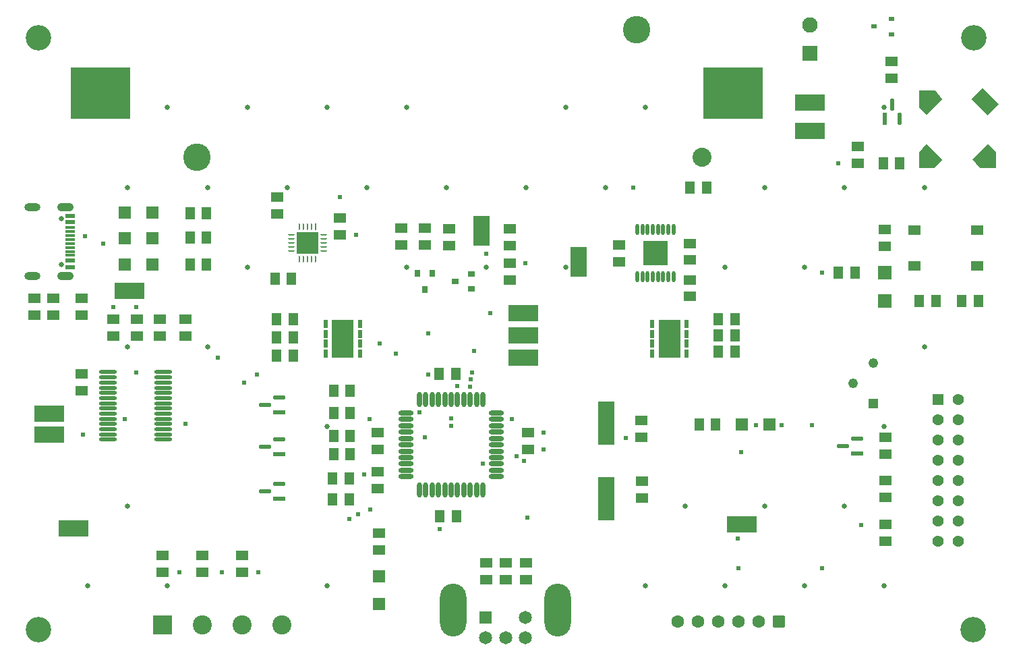
<source format=gbr>
%TF.GenerationSoftware,Altium Limited,Altium Designer,22.7.1 (60)*%
G04 Layer_Color=8388736*
%FSLAX43Y43*%
%MOMM*%
%TF.SameCoordinates,9F5AA4AF-AB1A-42FA-95B2-595A31CD3D24*%
%TF.FilePolarity,Negative*%
%TF.FileFunction,Soldermask,Top*%
%TF.Part,Single*%
G01*
G75*
%TA.AperFunction,SMDPad,CuDef*%
%ADD10O,2.300X0.450*%
%ADD11R,1.150X0.600*%
%ADD12R,1.150X0.300*%
%ADD13R,7.468X6.477*%
%ADD14R,1.200X1.500*%
%ADD16R,1.500X1.200*%
%ADD17R,1.500X1.500*%
%ADD18O,0.600X1.900*%
%ADD19O,1.900X0.600*%
%ADD20R,2.000X5.500*%
%ADD21R,0.500X1.010*%
%ADD22R,2.780X4.780*%
%ADD23R,1.500X1.500*%
%ADD24R,1.574X0.572*%
G04:AMPARAMS|DCode=25|XSize=1.574mm|YSize=0.572mm|CornerRadius=0.286mm|HoleSize=0mm|Usage=FLASHONLY|Rotation=180.000|XOffset=0mm|YOffset=0mm|HoleType=Round|Shape=RoundedRectangle|*
%AMROUNDEDRECTD25*
21,1,1.574,0.000,0,0,180.0*
21,1,1.002,0.572,0,0,180.0*
1,1,0.572,-0.501,0.000*
1,1,0.572,0.501,0.000*
1,1,0.572,0.501,0.000*
1,1,0.572,-0.501,0.000*
%
%ADD25ROUNDEDRECTD25*%
%ADD26R,1.550X1.300*%
%ADD27R,1.680X1.700*%
%ADD28R,0.750X0.600*%
%ADD29R,3.800X2.030*%
G04:AMPARAMS|DCode=30|XSize=1.574mm|YSize=0.572mm|CornerRadius=0.286mm|HoleSize=0mm|Usage=FLASHONLY|Rotation=90.000|XOffset=0mm|YOffset=0mm|HoleType=Round|Shape=RoundedRectangle|*
%AMROUNDEDRECTD30*
21,1,1.574,0.000,0,0,90.0*
21,1,1.002,0.572,0,0,90.0*
1,1,0.572,0.000,0.501*
1,1,0.572,0.000,-0.501*
1,1,0.572,0.000,-0.501*
1,1,0.572,0.000,0.501*
%
%ADD30ROUNDEDRECTD30*%
%ADD31R,0.572X1.574*%
%ADD32R,2.800X2.800*%
G04:AMPARAMS|DCode=33|XSize=0.239mm|YSize=0.829mm|CornerRadius=0.12mm|HoleSize=0mm|Usage=FLASHONLY|Rotation=270.000|XOffset=0mm|YOffset=0mm|HoleType=Round|Shape=RoundedRectangle|*
%AMROUNDEDRECTD33*
21,1,0.239,0.590,0,0,270.0*
21,1,0.000,0.829,0,0,270.0*
1,1,0.239,-0.295,0.000*
1,1,0.239,-0.295,0.000*
1,1,0.239,0.295,0.000*
1,1,0.239,0.295,0.000*
%
%ADD33ROUNDEDRECTD33*%
G04:AMPARAMS|DCode=34|XSize=0.829mm|YSize=0.239mm|CornerRadius=0.12mm|HoleSize=0mm|Usage=FLASHONLY|Rotation=270.000|XOffset=0mm|YOffset=0mm|HoleType=Round|Shape=RoundedRectangle|*
%AMROUNDEDRECTD34*
21,1,0.829,0.000,0,0,270.0*
21,1,0.590,0.239,0,0,270.0*
1,1,0.239,0.000,-0.295*
1,1,0.239,0.000,0.295*
1,1,0.239,0.000,0.295*
1,1,0.239,0.000,-0.295*
%
%ADD34ROUNDEDRECTD34*%
%ADD35R,0.239X0.829*%
%ADD36O,0.450X1.400*%
%ADD37R,3.100X3.100*%
%ADD38R,0.900X0.800*%
%ADD39R,2.030X3.800*%
%ADD40R,0.800X0.900*%
%TA.AperFunction,ComponentPad*%
%ADD43O,2.000X1.000*%
%ADD44O,2.100X1.050*%
%ADD45C,0.650*%
%ADD46C,1.650*%
%ADD47R,1.650X1.650*%
%ADD48O,3.316X6.632*%
%ADD49C,3.450*%
%ADD50C,2.388*%
%ADD51C,1.600*%
G04:AMPARAMS|DCode=52|XSize=1.6mm|YSize=1.6mm|CornerRadius=0.32mm|HoleSize=0mm|Usage=FLASHONLY|Rotation=180.000|XOffset=0mm|YOffset=0mm|HoleType=Round|Shape=RoundedRectangle|*
%AMROUNDEDRECTD52*
21,1,1.600,0.960,0,0,180.0*
21,1,0.960,1.600,0,0,180.0*
1,1,0.640,-0.480,0.480*
1,1,0.640,0.480,0.480*
1,1,0.640,0.480,-0.480*
1,1,0.640,-0.480,-0.480*
%
%ADD52ROUNDEDRECTD52*%
%ADD53R,1.425X1.425*%
%ADD54C,1.425*%
%ADD55C,1.950*%
%ADD56R,1.950X1.950*%
%TA.AperFunction,ViaPad*%
%ADD57C,3.200*%
%TA.AperFunction,ComponentPad*%
%ADD58C,1.222*%
%ADD59R,1.222X1.222*%
%ADD60C,2.400*%
%ADD61R,2.400X2.400*%
%TA.AperFunction,ViaPad*%
%ADD62C,0.610*%
%ADD63C,0.650*%
%ADD64C,0.750*%
G36*
X117361Y63418D02*
X116258Y62416D01*
X114320D01*
Y64354D01*
X115322Y65457D01*
X117361Y63418D01*
D02*
G37*
G36*
X124020Y64454D02*
Y62416D01*
X121982D01*
X121029Y63518D01*
X122968Y65457D01*
X124020Y64454D01*
D02*
G37*
G36*
X117261Y71064D02*
X115322Y69125D01*
X114320Y70078D01*
Y72116D01*
X116358D01*
X117261Y71064D01*
D02*
G37*
G36*
X124370Y70478D02*
X122968Y69025D01*
X120929Y71064D01*
X122332Y72516D01*
X124370Y70478D01*
D02*
G37*
D10*
X19476Y28357D02*
D03*
Y29007D02*
D03*
Y29657D02*
D03*
Y30307D02*
D03*
Y30957D02*
D03*
Y31607D02*
D03*
Y32257D02*
D03*
Y32907D02*
D03*
Y33557D02*
D03*
Y34207D02*
D03*
Y34857D02*
D03*
Y35507D02*
D03*
Y36157D02*
D03*
Y36807D02*
D03*
X12476Y28357D02*
D03*
Y29007D02*
D03*
Y29657D02*
D03*
Y30307D02*
D03*
Y30957D02*
D03*
Y31607D02*
D03*
Y32257D02*
D03*
Y32907D02*
D03*
Y33557D02*
D03*
Y34207D02*
D03*
Y34857D02*
D03*
Y35507D02*
D03*
Y36157D02*
D03*
Y36807D02*
D03*
D11*
X7775Y56410D02*
D03*
Y50010D02*
D03*
Y55610D02*
D03*
Y50810D02*
D03*
D12*
Y52960D02*
D03*
Y53460D02*
D03*
Y52460D02*
D03*
Y51960D02*
D03*
Y51460D02*
D03*
Y53960D02*
D03*
Y54460D02*
D03*
Y54960D02*
D03*
D13*
X11588Y71781D02*
D03*
X90963D02*
D03*
D14*
X104208Y49311D02*
D03*
X106308D02*
D03*
X87672Y59950D02*
D03*
X85572D02*
D03*
X54154Y18694D02*
D03*
X56254D02*
D03*
X42821Y20834D02*
D03*
X40721D02*
D03*
X42934Y26485D02*
D03*
X40834D02*
D03*
X42821Y23449D02*
D03*
X40721D02*
D03*
X42934Y31692D02*
D03*
X40834D02*
D03*
X42934Y34500D02*
D03*
X40834D02*
D03*
X42934Y28771D02*
D03*
X40834D02*
D03*
X56210Y36582D02*
D03*
X54110D02*
D03*
X89148Y41400D02*
D03*
X91248D02*
D03*
X89148Y43432D02*
D03*
X91248D02*
D03*
X89148Y39388D02*
D03*
X91248D02*
D03*
X121802Y45743D02*
D03*
X119702D02*
D03*
X116468D02*
D03*
X114368D02*
D03*
X109836Y62998D02*
D03*
X111936D02*
D03*
X88821Y30201D02*
D03*
X86721D02*
D03*
X22800Y50284D02*
D03*
X24900D02*
D03*
X33466Y48520D02*
D03*
X35566D02*
D03*
X35766Y38880D02*
D03*
X33666D02*
D03*
X35766Y41130D02*
D03*
X33666D02*
D03*
X35766Y43440D02*
D03*
X33666D02*
D03*
X24900Y53664D02*
D03*
X22800D02*
D03*
Y56704D02*
D03*
X24900D02*
D03*
D16*
X46380Y29250D02*
D03*
Y27150D02*
D03*
X46580Y16579D02*
D03*
Y14479D02*
D03*
X79482Y30712D02*
D03*
Y28612D02*
D03*
X79539Y23139D02*
D03*
Y21039D02*
D03*
X65252Y27150D02*
D03*
Y29250D02*
D03*
X5626Y46044D02*
D03*
Y43944D02*
D03*
X3257D02*
D03*
Y46044D02*
D03*
X9222Y43939D02*
D03*
Y46039D02*
D03*
X46380Y22214D02*
D03*
Y24314D02*
D03*
X85572Y46300D02*
D03*
Y48400D02*
D03*
X110084Y52579D02*
D03*
Y54679D02*
D03*
X110886Y75755D02*
D03*
Y73655D02*
D03*
X106654Y62998D02*
D03*
Y65098D02*
D03*
X49362Y52751D02*
D03*
Y54851D02*
D03*
X52298Y52751D02*
D03*
Y54851D02*
D03*
X60000Y10750D02*
D03*
Y12850D02*
D03*
X110163Y21138D02*
D03*
Y23238D02*
D03*
Y28606D02*
D03*
Y26506D02*
D03*
Y17684D02*
D03*
Y15584D02*
D03*
X65000Y12850D02*
D03*
Y10750D02*
D03*
X62500Y12850D02*
D03*
Y10750D02*
D03*
X62966Y50465D02*
D03*
Y48365D02*
D03*
X76682Y50682D02*
D03*
Y52782D02*
D03*
X62966Y54817D02*
D03*
Y52717D02*
D03*
X55346Y54817D02*
D03*
Y52717D02*
D03*
X41630Y56140D02*
D03*
Y54040D02*
D03*
X33756Y58748D02*
D03*
Y56648D02*
D03*
X22284Y43458D02*
D03*
Y41358D02*
D03*
X85572Y52972D02*
D03*
Y50872D02*
D03*
X9222Y36582D02*
D03*
Y34482D02*
D03*
X13182Y43440D02*
D03*
Y41340D02*
D03*
X16132Y43474D02*
D03*
Y41374D02*
D03*
X19024Y41358D02*
D03*
Y43458D02*
D03*
X19358Y11690D02*
D03*
Y13790D02*
D03*
X24358Y11690D02*
D03*
Y13790D02*
D03*
X29358Y11690D02*
D03*
Y13790D02*
D03*
D17*
X46580Y7725D02*
D03*
Y11225D02*
D03*
D18*
X51600Y33392D02*
D03*
X52400D02*
D03*
X53200D02*
D03*
X54000D02*
D03*
X54800D02*
D03*
X55600D02*
D03*
X56400D02*
D03*
X57200D02*
D03*
X58000D02*
D03*
X58800D02*
D03*
X59600D02*
D03*
Y21992D02*
D03*
X58800D02*
D03*
X58000D02*
D03*
X57200D02*
D03*
X56400D02*
D03*
X55600D02*
D03*
X54800D02*
D03*
X54000D02*
D03*
X53200D02*
D03*
X52400D02*
D03*
X51600D02*
D03*
D19*
X61300Y31692D02*
D03*
Y30892D02*
D03*
Y30092D02*
D03*
Y29292D02*
D03*
Y28492D02*
D03*
Y27692D02*
D03*
Y26892D02*
D03*
Y26092D02*
D03*
Y25292D02*
D03*
Y24492D02*
D03*
Y23692D02*
D03*
X49900D02*
D03*
Y24492D02*
D03*
Y25292D02*
D03*
Y26092D02*
D03*
Y26892D02*
D03*
Y27692D02*
D03*
Y28492D02*
D03*
Y29292D02*
D03*
Y30092D02*
D03*
Y30892D02*
D03*
Y31692D02*
D03*
D20*
X75100Y20950D02*
D03*
Y30450D02*
D03*
D21*
X39860Y39110D02*
D03*
Y40370D02*
D03*
Y41630D02*
D03*
Y42890D02*
D03*
X44140D02*
D03*
Y41630D02*
D03*
Y40370D02*
D03*
Y39110D02*
D03*
X80860Y42890D02*
D03*
Y41630D02*
D03*
Y40370D02*
D03*
Y39110D02*
D03*
X85140D02*
D03*
Y40370D02*
D03*
Y41630D02*
D03*
Y42890D02*
D03*
D22*
X42000Y41000D02*
D03*
X83000D02*
D03*
D23*
X14623Y56828D02*
D03*
X18123D02*
D03*
X14623Y50284D02*
D03*
X18123D02*
D03*
X14623Y53593D02*
D03*
X18123D02*
D03*
X92061Y30201D02*
D03*
X95561D02*
D03*
D24*
X34010Y31756D02*
D03*
Y26485D02*
D03*
X34030Y20900D02*
D03*
X106599Y26572D02*
D03*
D25*
X34010Y33656D02*
D03*
X32240Y32706D02*
D03*
X34010Y28385D02*
D03*
X32240Y27434D02*
D03*
X34030Y22800D02*
D03*
X32260Y21850D02*
D03*
X106599Y28472D02*
D03*
X104829Y27522D02*
D03*
D26*
X113729Y54609D02*
D03*
Y50109D02*
D03*
X121679Y54609D02*
D03*
Y50109D02*
D03*
D27*
X110084Y49323D02*
D03*
Y45743D02*
D03*
D28*
X108686Y80164D02*
D03*
X110886Y81114D02*
D03*
Y79214D02*
D03*
D29*
X100622Y70618D02*
D03*
Y67062D02*
D03*
X92061Y17684D02*
D03*
X64700Y44200D02*
D03*
Y41400D02*
D03*
Y38600D02*
D03*
X5118Y31607D02*
D03*
Y29007D02*
D03*
X15214Y46996D02*
D03*
X8200Y17200D02*
D03*
D30*
X110986Y70356D02*
D03*
X111936Y68586D02*
D03*
D31*
X110036D02*
D03*
D32*
X37566Y53013D02*
D03*
D33*
X39566Y54013D02*
D03*
Y53513D02*
D03*
Y53013D02*
D03*
Y52513D02*
D03*
Y52013D02*
D03*
X35566D02*
D03*
Y52513D02*
D03*
Y53013D02*
D03*
Y53513D02*
D03*
Y54013D02*
D03*
D34*
X38566Y51013D02*
D03*
X38066D02*
D03*
X37566D02*
D03*
X37066D02*
D03*
X36566D02*
D03*
Y55013D02*
D03*
X38066D02*
D03*
X37566D02*
D03*
X37066D02*
D03*
D35*
X38566D02*
D03*
D36*
X83526Y48782D02*
D03*
X82876D02*
D03*
X82226D02*
D03*
X81576D02*
D03*
X80926D02*
D03*
X80276D02*
D03*
X78976D02*
D03*
X79626D02*
D03*
X83526Y54682D02*
D03*
X82876D02*
D03*
X82226D02*
D03*
X81576D02*
D03*
X80276D02*
D03*
X80926D02*
D03*
X78976D02*
D03*
X79626D02*
D03*
D37*
X81251Y51732D02*
D03*
D38*
X56124Y48179D02*
D03*
X58124Y49129D02*
D03*
Y47229D02*
D03*
D39*
X71602Y50682D02*
D03*
X59410Y54529D02*
D03*
D40*
X52298Y47179D02*
D03*
X51348Y49179D02*
D03*
X53248D02*
D03*
D43*
X3020Y57530D02*
D03*
Y48890D02*
D03*
D44*
X7200Y57530D02*
D03*
Y48890D02*
D03*
D45*
X6700Y50320D02*
D03*
Y56100D02*
D03*
D46*
X59930Y3491D02*
D03*
X64930D02*
D03*
X62430D02*
D03*
X64930Y5991D02*
D03*
D47*
X59930D02*
D03*
D48*
X55880Y6991D02*
D03*
X68980D02*
D03*
D49*
X23653Y63780D02*
D03*
X78898Y79782D02*
D03*
D50*
X87128Y63780D02*
D03*
D51*
X89160Y5500D02*
D03*
X94240D02*
D03*
X91700D02*
D03*
X86620D02*
D03*
X84080D02*
D03*
D52*
X96780D02*
D03*
D53*
X116767Y33364D02*
D03*
D54*
X119307D02*
D03*
X116767Y30824D02*
D03*
X119307D02*
D03*
X116767Y28284D02*
D03*
X119307D02*
D03*
X116767Y25744D02*
D03*
X119307D02*
D03*
X116767Y23204D02*
D03*
X119307D02*
D03*
X116767Y20664D02*
D03*
X119307D02*
D03*
X116767Y18124D02*
D03*
X119307D02*
D03*
X116767Y15584D02*
D03*
X119307D02*
D03*
D55*
X100622Y80334D02*
D03*
D56*
Y76834D02*
D03*
D57*
X121158Y4510D02*
D03*
X121179Y78740D02*
D03*
X3810D02*
D03*
Y4510D02*
D03*
D58*
X108639Y37936D02*
D03*
X106099Y35396D02*
D03*
D59*
X108639Y32856D02*
D03*
D60*
X34358Y5086D02*
D03*
X29358D02*
D03*
X24358D02*
D03*
D61*
X19358D02*
D03*
D62*
X64930Y50465D02*
D03*
X102200Y12200D02*
D03*
X31400Y11700D02*
D03*
X63800Y26300D02*
D03*
X59600Y25300D02*
D03*
X51600Y31800D02*
D03*
X52700Y36500D02*
D03*
X55585Y30985D02*
D03*
X55600Y30092D02*
D03*
X44664Y24016D02*
D03*
X67200Y27150D02*
D03*
X64742Y25676D02*
D03*
X65200Y18600D02*
D03*
X58200Y36800D02*
D03*
X54154Y17100D02*
D03*
X60500Y44200D02*
D03*
X56400Y35100D02*
D03*
X41630Y58763D02*
D03*
X100900Y30200D02*
D03*
X97100D02*
D03*
X67200Y29200D02*
D03*
X77500Y28546D02*
D03*
X107100Y17637D02*
D03*
X93900Y30200D02*
D03*
X92000Y26800D02*
D03*
X91600Y15900D02*
D03*
X91700Y12200D02*
D03*
X45478Y19590D02*
D03*
X26300Y38600D02*
D03*
X16104Y36751D02*
D03*
X58081Y35892D02*
D03*
X102200Y49300D02*
D03*
X63190Y30890D02*
D03*
X14623Y30957D02*
D03*
X42821Y18417D02*
D03*
X43900Y19000D02*
D03*
X52300Y28600D02*
D03*
X58500Y39500D02*
D03*
X59990Y51655D02*
D03*
X21500Y11690D02*
D03*
X57990Y34990D02*
D03*
X26790Y11690D02*
D03*
X45400Y30900D02*
D03*
X104208Y62992D02*
D03*
X29600Y35500D02*
D03*
X46638Y40370D02*
D03*
X48700Y39100D02*
D03*
X31200Y36500D02*
D03*
X52700Y41700D02*
D03*
X9626Y53854D02*
D03*
X9372Y28962D02*
D03*
X22284Y30307D02*
D03*
X13182Y44989D02*
D03*
X16104D02*
D03*
X11912Y52910D02*
D03*
X43662Y54040D02*
D03*
X78460Y59950D02*
D03*
D63*
X100000Y10000D02*
D03*
X110000Y70000D02*
D03*
X115000Y60000D02*
D03*
Y40000D02*
D03*
X110000Y30000D02*
D03*
Y10000D02*
D03*
X105000Y60000D02*
D03*
X100000Y50000D02*
D03*
X105000Y20000D02*
D03*
X95000Y60000D02*
D03*
X90000Y50000D02*
D03*
X95000Y20000D02*
D03*
X90000Y10000D02*
D03*
X80000Y70000D02*
D03*
X85000Y20000D02*
D03*
X80000Y10000D02*
D03*
X70000Y70000D02*
D03*
X75000Y60000D02*
D03*
X70000Y50000D02*
D03*
X65000Y60000D02*
D03*
X60000Y50000D02*
D03*
X50000Y70000D02*
D03*
X55000Y60000D02*
D03*
X50000Y50000D02*
D03*
X40000Y70000D02*
D03*
X45000Y60000D02*
D03*
X40000Y30000D02*
D03*
Y10000D02*
D03*
X30000Y70000D02*
D03*
X35000Y60000D02*
D03*
X30000Y50000D02*
D03*
X20000Y70000D02*
D03*
X25000Y60000D02*
D03*
Y40000D02*
D03*
X20000Y10000D02*
D03*
X15000Y60000D02*
D03*
Y40000D02*
D03*
Y20000D02*
D03*
X10000Y10000D02*
D03*
D64*
X37566Y53013D02*
D03*
X36677Y53902D02*
D03*
X38455Y52124D02*
D03*
Y53902D02*
D03*
X36677Y52124D02*
D03*
X82251Y50732D02*
D03*
X81251D02*
D03*
X82251Y51732D02*
D03*
X81251D02*
D03*
X82251Y52732D02*
D03*
X81251D02*
D03*
X80251Y50732D02*
D03*
Y51732D02*
D03*
Y52732D02*
D03*
%TF.MD5,b9560d4b6a0cfe85bafdd8c93f9c478a*%
M02*

</source>
